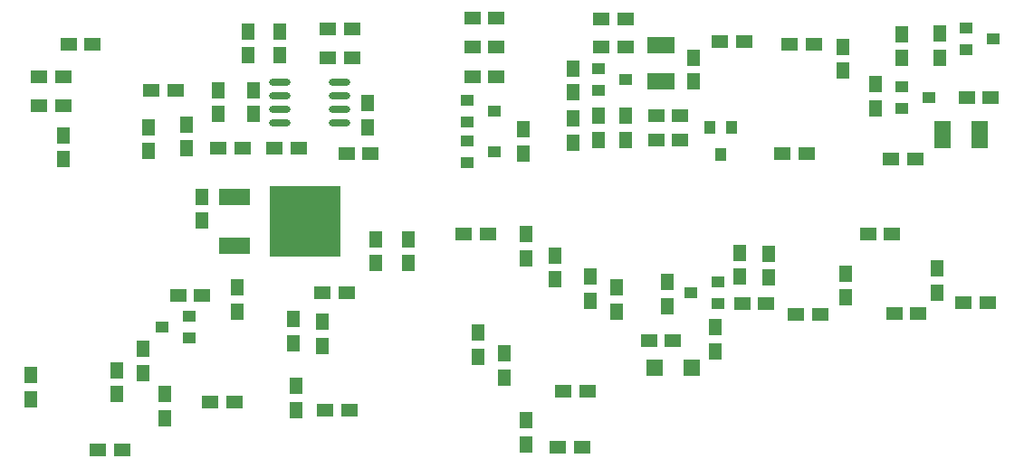
<source format=gtp>
%FSLAX42Y42*%
%MOMM*%
G71*
G01*
G75*
%ADD10C,0.38*%
%ADD11C,0.40*%
%ADD12R,1.52X1.27*%
%ADD13R,1.27X1.52*%
%ADD14R,1.27X1.02*%
%ADD15R,1.52X2.54*%
%ADD16R,2.54X1.52*%
%ADD17O,2.03X0.61*%
%ADD18R,6.73X6.73*%
%ADD19R,1.02X1.27*%
%ADD20R,3.00X1.60*%
%ADD21R,1.52X1.52*%
%ADD22C,1.00*%
%ADD23C,0.50*%
%ADD24C,1.40*%
%ADD25C,0.80*%
%ADD26C,0.70*%
%ADD27C,0.80*%
%ADD28C,1.50*%
%ADD29C,1.40*%
%ADD30C,0.30*%
%ADD31C,0.51*%
%ADD32C,0.20*%
%ADD33C,0.15*%
%ADD34C,0.18*%
%ADD35C,3.50*%
%ADD36C,2.41*%
%ADD37C,6.20*%
%ADD38C,1.32*%
%ADD39C,1.78*%
%ADD40C,1.57*%
%ADD41C,1.52*%
%ADD42R,1.78X1.78*%
%ADD43C,1.90*%
%ADD44C,6.99*%
%ADD45C,2.03*%
%ADD46R,2.03X2.03*%
%ADD47C,1.27*%
%ADD48R,2.39X3.00*%
%ADD49C,0.13*%
%ADD50C,0.25*%
%ADD51C,0.30*%
%ADD52C,0.20*%
%ADD53C,0.33*%
%ADD54C,0.10*%
D12*
X29321Y21764D02*
D03*
X29096D02*
D03*
X28171Y20484D02*
D03*
X25271Y18484D02*
D03*
X25496D02*
D03*
X23071Y19934D02*
D03*
X23296D02*
D03*
X24392Y20484D02*
D03*
X24621D02*
D03*
X28642Y19737D02*
D03*
X28417D02*
D03*
X21196Y18459D02*
D03*
X20971D02*
D03*
X21721Y19909D02*
D03*
X21946D02*
D03*
X27596Y21234D02*
D03*
X27371D02*
D03*
X28396Y20484D02*
D03*
X23121Y22409D02*
D03*
X23346D02*
D03*
X26192Y21590D02*
D03*
X26417D02*
D03*
X22846Y21284D02*
D03*
X22621D02*
D03*
X23121Y22134D02*
D03*
X23346D02*
D03*
X24696Y22234D02*
D03*
X24471D02*
D03*
X20421Y21684D02*
D03*
X20646D02*
D03*
X24696Y21959D02*
D03*
X24471D02*
D03*
X23321Y18834D02*
D03*
X25680Y22238D02*
D03*
X25905D02*
D03*
X27721Y19734D02*
D03*
X27496D02*
D03*
X26192Y21361D02*
D03*
X26417D02*
D03*
X20421Y21959D02*
D03*
X20646D02*
D03*
X24471Y22509D02*
D03*
X24696D02*
D03*
X27010Y22285D02*
D03*
X26785D02*
D03*
X26121Y19484D02*
D03*
X26346D02*
D03*
X27221Y19834D02*
D03*
X26996D02*
D03*
X27439Y22264D02*
D03*
X27664D02*
D03*
X23521Y21234D02*
D03*
X23296D02*
D03*
X22321Y21284D02*
D03*
X22096D02*
D03*
X29292Y19837D02*
D03*
X29067D02*
D03*
X25677Y22501D02*
D03*
X25902D02*
D03*
X25546Y19009D02*
D03*
X25317D02*
D03*
X21696Y21834D02*
D03*
X21471D02*
D03*
X20696Y22259D02*
D03*
X20921D02*
D03*
X23096Y18834D02*
D03*
X28389Y21184D02*
D03*
X28614D02*
D03*
X22022Y18909D02*
D03*
X22247D02*
D03*
D13*
X27246Y20074D02*
D03*
Y20299D02*
D03*
X24971Y20484D02*
D03*
Y20259D02*
D03*
X23071Y19659D02*
D03*
Y19434D02*
D03*
X24767Y19363D02*
D03*
Y19134D02*
D03*
X28489Y22134D02*
D03*
Y22359D02*
D03*
X24977Y18737D02*
D03*
Y18512D02*
D03*
X22271Y19759D02*
D03*
Y19984D02*
D03*
X23871Y20209D02*
D03*
Y20434D02*
D03*
X21796Y21509D02*
D03*
Y21284D02*
D03*
X20646Y21409D02*
D03*
Y21184D02*
D03*
X25414Y21564D02*
D03*
Y21339D02*
D03*
X21946Y20834D02*
D03*
Y20609D02*
D03*
X23496Y21709D02*
D03*
Y21484D02*
D03*
X21396Y19409D02*
D03*
X27939Y22239D02*
D03*
Y22014D02*
D03*
X26539Y21914D02*
D03*
Y22139D02*
D03*
X20346Y18934D02*
D03*
Y19159D02*
D03*
X21597Y18984D02*
D03*
Y18759D02*
D03*
X22096Y21609D02*
D03*
Y21834D02*
D03*
X23571Y20209D02*
D03*
Y20434D02*
D03*
X24945Y21240D02*
D03*
Y21465D02*
D03*
X22671Y22159D02*
D03*
Y22384D02*
D03*
X28239Y21889D02*
D03*
Y21664D02*
D03*
X24522Y19559D02*
D03*
Y19334D02*
D03*
X25909Y21590D02*
D03*
Y21365D02*
D03*
X25414Y21810D02*
D03*
Y22035D02*
D03*
X22371Y22384D02*
D03*
Y22159D02*
D03*
X28817Y20162D02*
D03*
Y19937D02*
D03*
X25655Y21365D02*
D03*
Y21590D02*
D03*
X22421Y21834D02*
D03*
Y21609D02*
D03*
X25821Y19984D02*
D03*
Y19759D02*
D03*
X21147Y19209D02*
D03*
Y18984D02*
D03*
X27966Y20112D02*
D03*
Y19887D02*
D03*
X26746Y19609D02*
D03*
X26971Y20084D02*
D03*
Y20309D02*
D03*
X26746Y19384D02*
D03*
X25246Y20059D02*
D03*
Y20284D02*
D03*
X26296Y19809D02*
D03*
Y20034D02*
D03*
X21396Y19184D02*
D03*
X25571Y19859D02*
D03*
Y20084D02*
D03*
X28839Y22139D02*
D03*
Y22364D02*
D03*
X21446Y21484D02*
D03*
Y21259D02*
D03*
X22821Y18834D02*
D03*
Y19059D02*
D03*
X22796Y19459D02*
D03*
Y19684D02*
D03*
D14*
X25655Y22035D02*
D03*
Y21831D02*
D03*
X25909Y21933D02*
D03*
X24675Y21258D02*
D03*
Y21633D02*
D03*
X29089Y22414D02*
D03*
X24421Y21734D02*
D03*
X21821Y19509D02*
D03*
X24421Y21359D02*
D03*
Y21156D02*
D03*
Y21531D02*
D03*
X28743Y21763D02*
D03*
X28489Y21661D02*
D03*
Y21864D02*
D03*
X29089Y22211D02*
D03*
X21821Y19713D02*
D03*
X29343Y22313D02*
D03*
X21567Y19611D02*
D03*
X26771Y19834D02*
D03*
Y20038D02*
D03*
X26517Y19936D02*
D03*
D15*
X28871Y21414D02*
D03*
X29214D02*
D03*
D16*
X26239Y22257D02*
D03*
Y21914D02*
D03*
D17*
X22673Y21907D02*
D03*
Y21526D02*
D03*
X23232Y21907D02*
D03*
Y21780D02*
D03*
Y21653D02*
D03*
Y21526D02*
D03*
X22673Y21653D02*
D03*
Y21780D02*
D03*
D18*
X22909Y20606D02*
D03*
D19*
X26794Y21230D02*
D03*
X26693Y21484D02*
D03*
X26896D02*
D03*
D20*
X22246Y20834D02*
D03*
Y20377D02*
D03*
D21*
X26521Y19234D02*
D03*
X26178D02*
D03*
M02*

</source>
